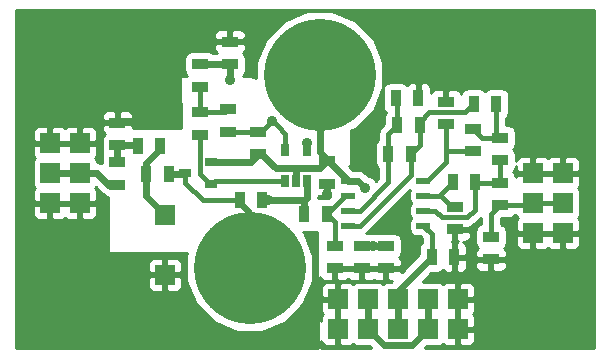
<source format=gbr>
G04 #@! TF.FileFunction,Copper,L2,Bot,Signal*
%FSLAX46Y46*%
G04 Gerber Fmt 4.6, Leading zero omitted, Abs format (unit mm)*
G04 Created by KiCad (PCBNEW 0.201503251001+5534~22~ubuntu14.04.1-product) date Čt 26. březen 2015, 00:25:57 CET*
%MOMM*%
G01*
G04 APERTURE LIST*
%ADD10C,0.100000*%
%ADD11R,0.889000X1.397000*%
%ADD12R,1.397000X0.889000*%
%ADD13R,1.651000X1.651000*%
%ADD14C,6.000000*%
%ADD15R,1.000760X0.800100*%
%ADD16R,0.690880X1.000760*%
%ADD17R,1.143000X0.508000*%
%ADD18C,9.480265*%
%ADD19C,0.889000*%
%ADD20C,0.600000*%
%ADD21C,0.400000*%
%ADD22C,0.254000*%
G04 APERTURE END LIST*
D10*
D11*
X21780500Y13462000D03*
X19875500Y13462000D03*
D12*
X9525000Y18097500D03*
X9525000Y20002500D03*
D11*
X13873000Y15666720D03*
X11955780Y15666720D03*
D12*
X19050000Y24955500D03*
X19050000Y26860500D03*
D11*
X36131500Y8636000D03*
X38036500Y8636000D03*
D12*
X27310080Y16751300D03*
X27310080Y14846300D03*
X32258000Y9588500D03*
X32258000Y7683500D03*
X30226000Y9588500D03*
X30226000Y7683500D03*
D11*
X27241500Y12319000D03*
X25336500Y12319000D03*
X33210500Y19812000D03*
X35115500Y19812000D03*
D12*
X37338000Y19875500D03*
X37338000Y21780500D03*
X41910000Y16827500D03*
X41910000Y18732500D03*
X41910000Y13017500D03*
X41910000Y14922500D03*
D13*
X6350000Y13208000D03*
X6350000Y15748000D03*
X6350000Y18288000D03*
X3810000Y18288000D03*
X3810000Y15748000D03*
X3810000Y13208000D03*
X30734000Y5080000D03*
X38354000Y2540000D03*
X33274000Y2540000D03*
X38354000Y5080000D03*
X28194000Y2540000D03*
X30734000Y2540000D03*
X35814000Y2540000D03*
X28194000Y5080000D03*
X35814000Y5080000D03*
X33274000Y5080000D03*
X47244000Y10668000D03*
X47244000Y13208000D03*
X47244000Y15748000D03*
X44704000Y15748000D03*
X44704000Y13208000D03*
X44704000Y10668000D03*
D14*
X45720000Y25400000D03*
X45720000Y5080000D03*
X5080000Y5080000D03*
X5080000Y25400000D03*
D15*
X15283180Y15748000D03*
X17482820Y14795500D03*
X17482820Y16700500D03*
D12*
X9525000Y14759940D03*
X9525000Y16664940D03*
D11*
X11249660Y18074640D03*
X13154660Y18074640D03*
D12*
X16510000Y24955500D03*
X16510000Y23050500D03*
X16510000Y20891500D03*
X16510000Y18986500D03*
X18923000Y21145500D03*
X18923000Y19240500D03*
X21463000Y19240500D03*
X21463000Y17335500D03*
X27940000Y9588500D03*
X27940000Y7683500D03*
D11*
X34353500Y17399000D03*
X32448500Y17399000D03*
X33083500Y22098000D03*
X34988500Y22098000D03*
X41592500Y21590000D03*
X39687500Y21590000D03*
D12*
X39624000Y17589500D03*
X39624000Y19494500D03*
X38100000Y12890500D03*
X38100000Y10985500D03*
D11*
X39814500Y14986000D03*
X37909500Y14986000D03*
D12*
X41148000Y10350500D03*
X41148000Y8445500D03*
D16*
X25587960Y15082520D03*
X23688040Y15082520D03*
X24638000Y15082520D03*
X23688040Y17683480D03*
X25587960Y17683480D03*
D13*
X13543280Y7137400D03*
X13543280Y12217400D03*
D17*
X35433000Y11303000D03*
X35433000Y12573000D03*
X35433000Y13843000D03*
X35433000Y15113000D03*
X29083000Y15113000D03*
X29083000Y13843000D03*
X29083000Y12573000D03*
X29083000Y11303000D03*
D18*
X26654760Y24079200D03*
X20721320Y7675880D03*
D19*
X16611600Y2082800D03*
X14173200Y3048000D03*
X9956800Y2895600D03*
X10007600Y5588000D03*
X11430000Y20218400D03*
X12344400Y23876000D03*
X14732000Y28397200D03*
X21539200Y28295600D03*
X33426400Y28041600D03*
X37846000Y26771600D03*
X34036000Y24638000D03*
X27259280Y14000480D03*
X19050000Y23622000D03*
X25587960Y18298160D03*
X22636480Y20142200D03*
X31186120Y9570720D03*
X30520640Y14457680D03*
X22296120Y13436600D03*
D20*
X9525000Y16664940D02*
X9525000Y18097500D01*
X11226800Y18097500D02*
X11249660Y18074640D01*
X9525000Y18097500D02*
X11226800Y18097500D01*
D21*
X9956800Y2895600D02*
X14020800Y2895600D01*
X14020800Y2895600D02*
X14173200Y3048000D01*
X13543280Y7137400D02*
X11557000Y7137400D01*
X11557000Y7137400D02*
X10007600Y5588000D01*
X11430000Y20218400D02*
X9740900Y20218400D01*
X9740900Y20218400D02*
X9525000Y20002500D01*
X14732000Y28397200D02*
X14732000Y26263600D01*
X14732000Y26263600D02*
X12344400Y23876000D01*
X19050000Y26860500D02*
X20104100Y26860500D01*
X20104100Y26860500D02*
X21539200Y28295600D01*
X37846000Y26771600D02*
X36576000Y28041600D01*
X36576000Y28041600D02*
X33426400Y28041600D01*
X34988500Y22098000D02*
X34988500Y23685500D01*
X34988500Y23685500D02*
X34036000Y24638000D01*
D20*
X27310080Y14051280D02*
X27259280Y14000480D01*
X27310080Y14846300D02*
X27310080Y14051280D01*
D21*
X20828000Y12255500D02*
X20828000Y11997248D01*
X20828000Y11997248D02*
X20828000Y7112000D01*
X15283180Y14947950D02*
X15283180Y15748000D01*
X16769130Y13462000D02*
X15283180Y14947950D01*
X19875500Y13462000D02*
X16769130Y13462000D01*
D20*
X19875500Y13208000D02*
X20469860Y12613640D01*
X19875500Y13462000D02*
X19875500Y13208000D01*
X20469860Y12613640D02*
X20675600Y12407900D01*
D21*
X20675600Y12407900D02*
X20828000Y12255500D01*
D20*
X15201900Y15666720D02*
X15283180Y15748000D01*
X13860780Y15666720D02*
X15201900Y15666720D01*
X11955780Y13804900D02*
X13543280Y12217400D01*
X11955780Y15666720D02*
X11955780Y13804900D01*
X13154660Y17820640D02*
X13154660Y18074640D01*
X11955780Y16621760D02*
X13154660Y17820640D01*
X11955780Y15666720D02*
X11955780Y16621760D01*
D21*
X16573500Y25019000D02*
X16510000Y24955500D01*
D20*
X33274000Y5778500D02*
X36131500Y8636000D01*
X33274000Y5080000D02*
X33274000Y5778500D01*
D21*
X36131500Y10604500D02*
X35433000Y11303000D01*
X36131500Y8636000D02*
X36131500Y10604500D01*
D20*
X16510000Y24955500D02*
X19050000Y24955500D01*
X19050000Y23622000D02*
X19050000Y24955500D01*
X33274000Y2540000D02*
X33274000Y5080000D01*
X25587960Y17683480D02*
X25587960Y18298160D01*
D21*
X18923000Y19240500D02*
X21463000Y19240500D01*
X23688040Y17683480D02*
X23688040Y19090640D01*
X23688040Y19090640D02*
X23080979Y19697701D01*
X23080979Y19697701D02*
X22636480Y20142200D01*
X21463000Y19240500D02*
X21717000Y19240500D01*
X21717000Y19240500D02*
X22618700Y20142200D01*
X22618700Y20142200D02*
X22636480Y20142200D01*
D20*
X35814000Y2540000D02*
X35814000Y5080000D01*
X32113501Y1160499D02*
X30734000Y2540000D01*
X34434499Y1160499D02*
X32113501Y1160499D01*
X35814000Y2540000D02*
X34434499Y1160499D01*
X30734000Y2540000D02*
X30734000Y5080000D01*
X32258000Y9588500D02*
X30226000Y9588500D01*
X20828000Y16700500D02*
X21463000Y17335500D01*
X17482820Y16700500D02*
X20828000Y16700500D01*
X24638000Y15975582D02*
X24638000Y15082520D01*
X24476681Y16136901D02*
X24638000Y15975582D01*
X21717000Y17335500D02*
X22915599Y16136901D01*
X21463000Y17335500D02*
X21717000Y17335500D01*
X30226000Y9588500D02*
X30243780Y9570720D01*
X30243780Y9570720D02*
X30557503Y9570720D01*
X30557503Y9570720D02*
X31186120Y9570720D01*
X26695681Y16136901D02*
X27310080Y16751300D01*
X24069040Y16136901D02*
X26695681Y16136901D01*
X22915599Y16136901D02*
X24069040Y16136901D01*
X24069040Y16136901D02*
X24476681Y16136901D01*
X27444700Y16751300D02*
X29083000Y15113000D01*
X27310080Y16751300D02*
X27444700Y16751300D01*
X29865320Y15113000D02*
X30520640Y14457680D01*
X29083000Y15113000D02*
X29865320Y15113000D01*
X26670000Y17553442D02*
X27310080Y16913362D01*
X27310080Y16913362D02*
X27310080Y16751300D01*
X26670000Y24257000D02*
X26670000Y17553442D01*
D21*
X25618440Y15113000D02*
X25587960Y15082520D01*
X25587960Y15082520D02*
X25620980Y15082520D01*
X21780500Y13462000D02*
X21805900Y13436600D01*
X21805900Y13436600D02*
X22296120Y13436600D01*
D20*
X25587960Y13668960D02*
X25336500Y13417500D01*
X25587960Y15082520D02*
X25587960Y13668960D01*
X25336500Y13417500D02*
X25336500Y12319000D01*
X25317400Y13436600D02*
X25336500Y13417500D01*
X22296120Y13436600D02*
X25317400Y13436600D01*
D21*
X27940000Y11620500D02*
X27241500Y12319000D01*
X27940000Y9588500D02*
X27940000Y11620500D01*
X28765500Y13843000D02*
X27241500Y12319000D01*
X29083000Y13843000D02*
X28765500Y13843000D01*
X30054500Y12573000D02*
X29083000Y12573000D01*
X32448500Y14967000D02*
X30054500Y12573000D01*
X32448500Y17399000D02*
X32448500Y14967000D01*
X32448500Y19050000D02*
X33210500Y19812000D01*
X32448500Y17399000D02*
X32448500Y19050000D01*
X33210500Y19812000D02*
X33210500Y21844000D01*
X30054500Y11303000D02*
X29083000Y11303000D01*
X34353500Y15602000D02*
X30054500Y11303000D01*
X34353500Y17399000D02*
X34353500Y15602000D01*
X35115500Y18161000D02*
X34353500Y17399000D01*
X35115500Y19812000D02*
X35115500Y18161000D01*
X35931499Y20881999D02*
X38979499Y20881999D01*
X35115500Y20066000D02*
X35931499Y20881999D01*
X38979499Y20881999D02*
X39687500Y21590000D01*
X35115500Y19812000D02*
X35115500Y20066000D01*
X35750500Y15113000D02*
X35433000Y15113000D01*
X37338000Y16700500D02*
X35750500Y15113000D01*
X38524524Y17590476D02*
X37338000Y17590476D01*
X38525500Y17589500D02*
X38524524Y17590476D01*
X39624000Y17589500D02*
X38525500Y17589500D01*
X37338000Y17590476D02*
X37338000Y16700500D01*
X37338000Y19875500D02*
X37338000Y17590476D01*
X35433000Y12573000D02*
X35750500Y12573000D01*
X39814500Y14732000D02*
X39814500Y14986000D01*
X39814500Y13887500D02*
X39814500Y14986000D01*
X39814500Y12644798D02*
X39814500Y13887500D01*
X39161701Y11991999D02*
X39814500Y12644798D01*
X36985501Y11991999D02*
X39161701Y11991999D01*
X36404500Y12573000D02*
X36985501Y11991999D01*
X35433000Y12573000D02*
X36404500Y12573000D01*
X39878000Y14922500D02*
X39814500Y14986000D01*
X41910000Y14922500D02*
X39878000Y14922500D01*
X41910000Y14922500D02*
X41910000Y16827500D01*
X41592500Y19050000D02*
X41910000Y18732500D01*
X41592500Y21590000D02*
X41592500Y19050000D01*
X40386000Y18732500D02*
X39624000Y19494500D01*
X41910000Y18732500D02*
X40386000Y18732500D01*
X41148000Y12255500D02*
X41910000Y13017500D01*
X41148000Y10350500D02*
X41148000Y12255500D01*
X44513500Y13017500D02*
X44704000Y13208000D01*
X41910000Y13017500D02*
X44513500Y13017500D01*
X44704000Y13208000D02*
X47244000Y13208000D01*
D20*
X3810000Y15748000D02*
X6350000Y15748000D01*
X7775500Y15748000D02*
X6350000Y15748000D01*
X8763560Y14759940D02*
X7775500Y15748000D01*
X9525000Y14759940D02*
X8763560Y14759940D01*
D21*
X16510000Y21509224D02*
X16510000Y20891500D01*
X16510000Y23050500D02*
X16510000Y21509224D01*
X18669000Y20891500D02*
X18923000Y21145500D01*
X16510000Y20891500D02*
X18669000Y20891500D01*
X36766500Y13843000D02*
X37909500Y14986000D01*
X36893500Y13843000D02*
X37846000Y12890500D01*
X36531550Y13843000D02*
X36893500Y13843000D01*
X35433000Y13843000D02*
X36531550Y13843000D01*
X37846000Y12890500D02*
X38100000Y12890500D01*
X36531550Y13843000D02*
X36766500Y13843000D01*
X17769840Y15082520D02*
X17482820Y14795500D01*
X23688040Y15082520D02*
X17769840Y15082520D01*
X16510000Y18142000D02*
X16510000Y18986500D01*
X16510000Y15667990D02*
X16510000Y18142000D01*
X17382490Y14795500D02*
X16510000Y15667990D01*
X17482820Y14795500D02*
X17382490Y14795500D01*
D22*
G36*
X26519981Y939000D02*
X15003780Y939000D01*
X15003780Y6185591D01*
X15003780Y6851650D01*
X15003780Y7423150D01*
X15003780Y8089209D01*
X14907107Y8322598D01*
X14728479Y8501227D01*
X14495090Y8597900D01*
X14242471Y8597900D01*
X13829030Y8597900D01*
X13670280Y8439150D01*
X13670280Y7264400D01*
X14845030Y7264400D01*
X15003780Y7423150D01*
X15003780Y6851650D01*
X14845030Y7010400D01*
X13670280Y7010400D01*
X13670280Y5835650D01*
X13829030Y5676900D01*
X14242471Y5676900D01*
X14495090Y5676900D01*
X14728479Y5773573D01*
X14907107Y5952202D01*
X15003780Y6185591D01*
X15003780Y939000D01*
X13416280Y939000D01*
X13416280Y5835650D01*
X13416280Y7010400D01*
X13416280Y7264400D01*
X13416280Y8439150D01*
X13257530Y8597900D01*
X12844089Y8597900D01*
X12591470Y8597900D01*
X12358081Y8501227D01*
X12179453Y8322598D01*
X12082780Y8089209D01*
X12082780Y7423150D01*
X12241530Y7264400D01*
X13416280Y7264400D01*
X13416280Y7010400D01*
X12241530Y7010400D01*
X12082780Y6851650D01*
X12082780Y6185591D01*
X12179453Y5952202D01*
X12358081Y5773573D01*
X12591470Y5676900D01*
X12844089Y5676900D01*
X13257530Y5676900D01*
X13416280Y5835650D01*
X13416280Y939000D01*
X7810500Y939000D01*
X7810500Y12256191D01*
X7810500Y12922250D01*
X7651750Y13081000D01*
X6477000Y13081000D01*
X6477000Y11906250D01*
X6635750Y11747500D01*
X7049191Y11747500D01*
X7301810Y11747500D01*
X7535199Y11844173D01*
X7713827Y12022802D01*
X7810500Y12256191D01*
X7810500Y939000D01*
X6223000Y939000D01*
X6223000Y11906250D01*
X6223000Y13081000D01*
X5111750Y13081000D01*
X5048250Y13081000D01*
X3937000Y13081000D01*
X3937000Y11906250D01*
X4095750Y11747500D01*
X4509191Y11747500D01*
X4761810Y11747500D01*
X4995199Y11844173D01*
X5080000Y11928975D01*
X5164801Y11844173D01*
X5398190Y11747500D01*
X5650809Y11747500D01*
X6064250Y11747500D01*
X6223000Y11906250D01*
X6223000Y939000D01*
X3683000Y939000D01*
X3683000Y11906250D01*
X3683000Y13081000D01*
X2508250Y13081000D01*
X2349500Y12922250D01*
X2349500Y12256191D01*
X2446173Y12022802D01*
X2624801Y11844173D01*
X2858190Y11747500D01*
X3110809Y11747500D01*
X3524250Y11747500D01*
X3683000Y11906250D01*
X3683000Y939000D01*
X939000Y939000D01*
X939000Y29541000D01*
X26133128Y29541000D01*
X26134294Y29454789D01*
X25590271Y29455263D01*
X23613970Y28638672D01*
X22100602Y27127943D01*
X21280563Y25153070D01*
X21279397Y23817778D01*
X20854476Y24003000D01*
X20131380Y24003000D01*
X20203427Y24050327D01*
X20345877Y24261360D01*
X20395940Y24511000D01*
X20395940Y25400000D01*
X20348963Y25642123D01*
X20209173Y25854927D01*
X20135310Y25904785D01*
X20286827Y26056302D01*
X20383500Y26289691D01*
X20383500Y26574750D01*
X20383500Y27146250D01*
X20383500Y27431309D01*
X20286827Y27664698D01*
X20108199Y27843327D01*
X19874810Y27940000D01*
X19622191Y27940000D01*
X19335750Y27940000D01*
X19177000Y27781250D01*
X19177000Y26987500D01*
X20224750Y26987500D01*
X20383500Y27146250D01*
X20383500Y26574750D01*
X20224750Y26733500D01*
X19177000Y26733500D01*
X19177000Y26713500D01*
X18923000Y26713500D01*
X18923000Y26733500D01*
X18923000Y26987500D01*
X18923000Y27781250D01*
X18764250Y27940000D01*
X18477809Y27940000D01*
X18225190Y27940000D01*
X17991801Y27843327D01*
X17813173Y27664698D01*
X17716500Y27431309D01*
X17716500Y27146250D01*
X17875250Y26987500D01*
X18923000Y26987500D01*
X18923000Y26733500D01*
X17875250Y26733500D01*
X17716500Y26574750D01*
X17716500Y26289691D01*
X17813173Y26056302D01*
X17964306Y25905168D01*
X17941979Y25890500D01*
X17616473Y25890500D01*
X17458140Y25997377D01*
X17208500Y26047440D01*
X15811500Y26047440D01*
X15569377Y26000463D01*
X15356573Y25860673D01*
X15214123Y25649640D01*
X15164060Y25400000D01*
X15164060Y24511000D01*
X15211037Y24268877D01*
X15350827Y24056073D01*
X15429041Y24003278D01*
X15428619Y24003000D01*
X14858565Y24003000D01*
X14873806Y19542655D01*
X10858500Y19539334D01*
X10858500Y19716750D01*
X10858500Y20288250D01*
X10858500Y20573309D01*
X10761827Y20806698D01*
X10583199Y20985327D01*
X10349810Y21082000D01*
X10097191Y21082000D01*
X9810750Y21082000D01*
X9652000Y20923250D01*
X9652000Y20129500D01*
X10699750Y20129500D01*
X10858500Y20288250D01*
X10858500Y19716750D01*
X10699750Y19875500D01*
X9652000Y19875500D01*
X9652000Y19855500D01*
X9398000Y19855500D01*
X9398000Y19875500D01*
X9398000Y20129500D01*
X9398000Y20923250D01*
X9239250Y21082000D01*
X8952809Y21082000D01*
X8700190Y21082000D01*
X8466801Y20985327D01*
X8288173Y20806698D01*
X8191500Y20573309D01*
X8191500Y20288250D01*
X8350250Y20129500D01*
X9398000Y20129500D01*
X9398000Y19875500D01*
X8350250Y19875500D01*
X8191500Y19716750D01*
X8191500Y19431691D01*
X8288173Y19198302D01*
X8439306Y19047168D01*
X8371573Y19002673D01*
X8229123Y18791640D01*
X8179060Y18542000D01*
X8179060Y17653000D01*
X8226037Y17410877D01*
X8244803Y17382310D01*
X8229123Y17359080D01*
X8179060Y17109440D01*
X8179060Y16581257D01*
X8133309Y16611827D01*
X7802746Y16677581D01*
X7775963Y16815623D01*
X7637473Y17026448D01*
X7713827Y17102802D01*
X7810500Y17336191D01*
X7810500Y18002250D01*
X7810500Y18573750D01*
X7810500Y19239809D01*
X7713827Y19473198D01*
X7535199Y19651827D01*
X7301810Y19748500D01*
X7049191Y19748500D01*
X6635750Y19748500D01*
X6477000Y19589750D01*
X6477000Y18415000D01*
X7651750Y18415000D01*
X7810500Y18573750D01*
X7810500Y18002250D01*
X7651750Y18161000D01*
X6477000Y18161000D01*
X6477000Y18141000D01*
X6223000Y18141000D01*
X6223000Y18161000D01*
X6223000Y18415000D01*
X6223000Y19589750D01*
X6064250Y19748500D01*
X5650809Y19748500D01*
X5398190Y19748500D01*
X5164801Y19651827D01*
X5080000Y19567026D01*
X4995199Y19651827D01*
X4761810Y19748500D01*
X4509191Y19748500D01*
X4095750Y19748500D01*
X3937000Y19589750D01*
X3937000Y18415000D01*
X5048250Y18415000D01*
X5111750Y18415000D01*
X6223000Y18415000D01*
X6223000Y18161000D01*
X5111750Y18161000D01*
X5048250Y18161000D01*
X3937000Y18161000D01*
X3937000Y18141000D01*
X3683000Y18141000D01*
X3683000Y18161000D01*
X3683000Y18415000D01*
X3683000Y19589750D01*
X3524250Y19748500D01*
X3110809Y19748500D01*
X2858190Y19748500D01*
X2624801Y19651827D01*
X2446173Y19473198D01*
X2349500Y19239809D01*
X2349500Y18573750D01*
X2508250Y18415000D01*
X3683000Y18415000D01*
X3683000Y18161000D01*
X2508250Y18161000D01*
X2349500Y18002250D01*
X2349500Y17336191D01*
X2446173Y17102802D01*
X2523620Y17025355D01*
X2387123Y16823140D01*
X2337060Y16573500D01*
X2337060Y14922500D01*
X2384037Y14680377D01*
X2522526Y14469553D01*
X2446173Y14393198D01*
X2349500Y14159809D01*
X2349500Y13493750D01*
X2508250Y13335000D01*
X3683000Y13335000D01*
X3683000Y13355000D01*
X3937000Y13355000D01*
X3937000Y13335000D01*
X5048250Y13335000D01*
X5111750Y13335000D01*
X6223000Y13335000D01*
X6223000Y13355000D01*
X6477000Y13355000D01*
X6477000Y13335000D01*
X7651750Y13335000D01*
X7810500Y13493750D01*
X7810500Y14159809D01*
X7713827Y14393198D01*
X7636379Y14470646D01*
X7674335Y14526875D01*
X8102415Y14098795D01*
X8292915Y13971508D01*
X8365827Y13860513D01*
X8576860Y13718063D01*
X8726898Y13687975D01*
X8722235Y8940800D01*
X15426453Y8940800D01*
X15347123Y8749750D01*
X15345257Y6611391D01*
X16161848Y4635090D01*
X17672577Y3121722D01*
X19647450Y2301683D01*
X21785809Y2299817D01*
X23762110Y3116408D01*
X25275478Y4627137D01*
X26095517Y6602010D01*
X26097383Y8740369D01*
X25280792Y10716670D01*
X25255629Y10741877D01*
X26387242Y10753111D01*
X26519981Y939000D01*
X26519981Y939000D01*
G37*
X26519981Y939000D02*
X15003780Y939000D01*
X15003780Y6185591D01*
X15003780Y6851650D01*
X15003780Y7423150D01*
X15003780Y8089209D01*
X14907107Y8322598D01*
X14728479Y8501227D01*
X14495090Y8597900D01*
X14242471Y8597900D01*
X13829030Y8597900D01*
X13670280Y8439150D01*
X13670280Y7264400D01*
X14845030Y7264400D01*
X15003780Y7423150D01*
X15003780Y6851650D01*
X14845030Y7010400D01*
X13670280Y7010400D01*
X13670280Y5835650D01*
X13829030Y5676900D01*
X14242471Y5676900D01*
X14495090Y5676900D01*
X14728479Y5773573D01*
X14907107Y5952202D01*
X15003780Y6185591D01*
X15003780Y939000D01*
X13416280Y939000D01*
X13416280Y5835650D01*
X13416280Y7010400D01*
X13416280Y7264400D01*
X13416280Y8439150D01*
X13257530Y8597900D01*
X12844089Y8597900D01*
X12591470Y8597900D01*
X12358081Y8501227D01*
X12179453Y8322598D01*
X12082780Y8089209D01*
X12082780Y7423150D01*
X12241530Y7264400D01*
X13416280Y7264400D01*
X13416280Y7010400D01*
X12241530Y7010400D01*
X12082780Y6851650D01*
X12082780Y6185591D01*
X12179453Y5952202D01*
X12358081Y5773573D01*
X12591470Y5676900D01*
X12844089Y5676900D01*
X13257530Y5676900D01*
X13416280Y5835650D01*
X13416280Y939000D01*
X7810500Y939000D01*
X7810500Y12256191D01*
X7810500Y12922250D01*
X7651750Y13081000D01*
X6477000Y13081000D01*
X6477000Y11906250D01*
X6635750Y11747500D01*
X7049191Y11747500D01*
X7301810Y11747500D01*
X7535199Y11844173D01*
X7713827Y12022802D01*
X7810500Y12256191D01*
X7810500Y939000D01*
X6223000Y939000D01*
X6223000Y11906250D01*
X6223000Y13081000D01*
X5111750Y13081000D01*
X5048250Y13081000D01*
X3937000Y13081000D01*
X3937000Y11906250D01*
X4095750Y11747500D01*
X4509191Y11747500D01*
X4761810Y11747500D01*
X4995199Y11844173D01*
X5080000Y11928975D01*
X5164801Y11844173D01*
X5398190Y11747500D01*
X5650809Y11747500D01*
X6064250Y11747500D01*
X6223000Y11906250D01*
X6223000Y939000D01*
X3683000Y939000D01*
X3683000Y11906250D01*
X3683000Y13081000D01*
X2508250Y13081000D01*
X2349500Y12922250D01*
X2349500Y12256191D01*
X2446173Y12022802D01*
X2624801Y11844173D01*
X2858190Y11747500D01*
X3110809Y11747500D01*
X3524250Y11747500D01*
X3683000Y11906250D01*
X3683000Y939000D01*
X939000Y939000D01*
X939000Y29541000D01*
X26133128Y29541000D01*
X26134294Y29454789D01*
X25590271Y29455263D01*
X23613970Y28638672D01*
X22100602Y27127943D01*
X21280563Y25153070D01*
X21279397Y23817778D01*
X20854476Y24003000D01*
X20131380Y24003000D01*
X20203427Y24050327D01*
X20345877Y24261360D01*
X20395940Y24511000D01*
X20395940Y25400000D01*
X20348963Y25642123D01*
X20209173Y25854927D01*
X20135310Y25904785D01*
X20286827Y26056302D01*
X20383500Y26289691D01*
X20383500Y26574750D01*
X20383500Y27146250D01*
X20383500Y27431309D01*
X20286827Y27664698D01*
X20108199Y27843327D01*
X19874810Y27940000D01*
X19622191Y27940000D01*
X19335750Y27940000D01*
X19177000Y27781250D01*
X19177000Y26987500D01*
X20224750Y26987500D01*
X20383500Y27146250D01*
X20383500Y26574750D01*
X20224750Y26733500D01*
X19177000Y26733500D01*
X19177000Y26713500D01*
X18923000Y26713500D01*
X18923000Y26733500D01*
X18923000Y26987500D01*
X18923000Y27781250D01*
X18764250Y27940000D01*
X18477809Y27940000D01*
X18225190Y27940000D01*
X17991801Y27843327D01*
X17813173Y27664698D01*
X17716500Y27431309D01*
X17716500Y27146250D01*
X17875250Y26987500D01*
X18923000Y26987500D01*
X18923000Y26733500D01*
X17875250Y26733500D01*
X17716500Y26574750D01*
X17716500Y26289691D01*
X17813173Y26056302D01*
X17964306Y25905168D01*
X17941979Y25890500D01*
X17616473Y25890500D01*
X17458140Y25997377D01*
X17208500Y26047440D01*
X15811500Y26047440D01*
X15569377Y26000463D01*
X15356573Y25860673D01*
X15214123Y25649640D01*
X15164060Y25400000D01*
X15164060Y24511000D01*
X15211037Y24268877D01*
X15350827Y24056073D01*
X15429041Y24003278D01*
X15428619Y24003000D01*
X14858565Y24003000D01*
X14873806Y19542655D01*
X10858500Y19539334D01*
X10858500Y19716750D01*
X10858500Y20288250D01*
X10858500Y20573309D01*
X10761827Y20806698D01*
X10583199Y20985327D01*
X10349810Y21082000D01*
X10097191Y21082000D01*
X9810750Y21082000D01*
X9652000Y20923250D01*
X9652000Y20129500D01*
X10699750Y20129500D01*
X10858500Y20288250D01*
X10858500Y19716750D01*
X10699750Y19875500D01*
X9652000Y19875500D01*
X9652000Y19855500D01*
X9398000Y19855500D01*
X9398000Y19875500D01*
X9398000Y20129500D01*
X9398000Y20923250D01*
X9239250Y21082000D01*
X8952809Y21082000D01*
X8700190Y21082000D01*
X8466801Y20985327D01*
X8288173Y20806698D01*
X8191500Y20573309D01*
X8191500Y20288250D01*
X8350250Y20129500D01*
X9398000Y20129500D01*
X9398000Y19875500D01*
X8350250Y19875500D01*
X8191500Y19716750D01*
X8191500Y19431691D01*
X8288173Y19198302D01*
X8439306Y19047168D01*
X8371573Y19002673D01*
X8229123Y18791640D01*
X8179060Y18542000D01*
X8179060Y17653000D01*
X8226037Y17410877D01*
X8244803Y17382310D01*
X8229123Y17359080D01*
X8179060Y17109440D01*
X8179060Y16581257D01*
X8133309Y16611827D01*
X7802746Y16677581D01*
X7775963Y16815623D01*
X7637473Y17026448D01*
X7713827Y17102802D01*
X7810500Y17336191D01*
X7810500Y18002250D01*
X7810500Y18573750D01*
X7810500Y19239809D01*
X7713827Y19473198D01*
X7535199Y19651827D01*
X7301810Y19748500D01*
X7049191Y19748500D01*
X6635750Y19748500D01*
X6477000Y19589750D01*
X6477000Y18415000D01*
X7651750Y18415000D01*
X7810500Y18573750D01*
X7810500Y18002250D01*
X7651750Y18161000D01*
X6477000Y18161000D01*
X6477000Y18141000D01*
X6223000Y18141000D01*
X6223000Y18161000D01*
X6223000Y18415000D01*
X6223000Y19589750D01*
X6064250Y19748500D01*
X5650809Y19748500D01*
X5398190Y19748500D01*
X5164801Y19651827D01*
X5080000Y19567026D01*
X4995199Y19651827D01*
X4761810Y19748500D01*
X4509191Y19748500D01*
X4095750Y19748500D01*
X3937000Y19589750D01*
X3937000Y18415000D01*
X5048250Y18415000D01*
X5111750Y18415000D01*
X6223000Y18415000D01*
X6223000Y18161000D01*
X5111750Y18161000D01*
X5048250Y18161000D01*
X3937000Y18161000D01*
X3937000Y18141000D01*
X3683000Y18141000D01*
X3683000Y18161000D01*
X3683000Y18415000D01*
X3683000Y19589750D01*
X3524250Y19748500D01*
X3110809Y19748500D01*
X2858190Y19748500D01*
X2624801Y19651827D01*
X2446173Y19473198D01*
X2349500Y19239809D01*
X2349500Y18573750D01*
X2508250Y18415000D01*
X3683000Y18415000D01*
X3683000Y18161000D01*
X2508250Y18161000D01*
X2349500Y18002250D01*
X2349500Y17336191D01*
X2446173Y17102802D01*
X2523620Y17025355D01*
X2387123Y16823140D01*
X2337060Y16573500D01*
X2337060Y14922500D01*
X2384037Y14680377D01*
X2522526Y14469553D01*
X2446173Y14393198D01*
X2349500Y14159809D01*
X2349500Y13493750D01*
X2508250Y13335000D01*
X3683000Y13335000D01*
X3683000Y13355000D01*
X3937000Y13355000D01*
X3937000Y13335000D01*
X5048250Y13335000D01*
X5111750Y13335000D01*
X6223000Y13335000D01*
X6223000Y13355000D01*
X6477000Y13355000D01*
X6477000Y13335000D01*
X7651750Y13335000D01*
X7810500Y13493750D01*
X7810500Y14159809D01*
X7713827Y14393198D01*
X7636379Y14470646D01*
X7674335Y14526875D01*
X8102415Y14098795D01*
X8292915Y13971508D01*
X8365827Y13860513D01*
X8576860Y13718063D01*
X8726898Y13687975D01*
X8722235Y8940800D01*
X15426453Y8940800D01*
X15347123Y8749750D01*
X15345257Y6611391D01*
X16161848Y4635090D01*
X17672577Y3121722D01*
X19647450Y2301683D01*
X21785809Y2299817D01*
X23762110Y3116408D01*
X25275478Y4627137D01*
X26095517Y6602010D01*
X26097383Y8740369D01*
X25280792Y10716670D01*
X25255629Y10741877D01*
X26387242Y10753111D01*
X26519981Y939000D01*
G36*
X27552131Y13810499D02*
X27406572Y13664940D01*
X26797000Y13664940D01*
X26554877Y13617963D01*
X26544926Y13611427D01*
X26543310Y13700130D01*
X26561492Y13766800D01*
X26737889Y13766800D01*
X27024330Y13766800D01*
X27183080Y13925550D01*
X27183080Y14719300D01*
X27163080Y14719300D01*
X27163080Y14973300D01*
X27183080Y14973300D01*
X27183080Y14993300D01*
X27437080Y14993300D01*
X27437080Y14973300D01*
X27457080Y14973300D01*
X27457080Y14719300D01*
X27437080Y14719300D01*
X27437080Y13925550D01*
X27552131Y13810499D01*
X27552131Y13810499D01*
G37*
X27552131Y13810499D02*
X27406572Y13664940D01*
X26797000Y13664940D01*
X26554877Y13617963D01*
X26544926Y13611427D01*
X26543310Y13700130D01*
X26561492Y13766800D01*
X26737889Y13766800D01*
X27024330Y13766800D01*
X27183080Y13925550D01*
X27183080Y14719300D01*
X27163080Y14719300D01*
X27163080Y14973300D01*
X27183080Y14973300D01*
X27183080Y14993300D01*
X27437080Y14993300D01*
X27437080Y14973300D01*
X27457080Y14973300D01*
X27457080Y14719300D01*
X27437080Y14719300D01*
X27437080Y13925550D01*
X27552131Y13810499D01*
G36*
X35296500Y9837495D02*
X35232073Y9795173D01*
X35089623Y9584140D01*
X35039560Y9334500D01*
X35039560Y8866350D01*
X33581230Y7408020D01*
X33432750Y7556500D01*
X32385000Y7556500D01*
X32385000Y6762750D01*
X32543750Y6604000D01*
X32777210Y6604000D01*
X32726150Y6552940D01*
X32448500Y6552940D01*
X32206377Y6505963D01*
X32131000Y6456448D01*
X32131000Y6762750D01*
X32131000Y7556500D01*
X31400750Y7556500D01*
X31083250Y7556500D01*
X30353000Y7556500D01*
X30353000Y6762750D01*
X30511750Y6604000D01*
X30798191Y6604000D01*
X31050810Y6604000D01*
X31242000Y6683194D01*
X31433190Y6604000D01*
X31685809Y6604000D01*
X31972250Y6604000D01*
X32131000Y6762750D01*
X32131000Y6456448D01*
X32002739Y6372195D01*
X31809140Y6502877D01*
X31559500Y6552940D01*
X30099000Y6552940D01*
X30099000Y6762750D01*
X30099000Y7556500D01*
X29114750Y7556500D01*
X29051250Y7556500D01*
X28067000Y7556500D01*
X28067000Y6762750D01*
X28225750Y6604000D01*
X28512191Y6604000D01*
X28764810Y6604000D01*
X28998199Y6700673D01*
X29083000Y6785475D01*
X29167801Y6700673D01*
X29401190Y6604000D01*
X29653809Y6604000D01*
X29940250Y6604000D01*
X30099000Y6762750D01*
X30099000Y6552940D01*
X29908500Y6552940D01*
X29666377Y6505963D01*
X29455552Y6367474D01*
X29379198Y6443827D01*
X29145809Y6540500D01*
X28479750Y6540500D01*
X28321000Y6381750D01*
X28321000Y5207000D01*
X28341000Y5207000D01*
X28341000Y4953000D01*
X28321000Y4953000D01*
X28321000Y3841750D01*
X28321000Y3778250D01*
X28321000Y2667000D01*
X28341000Y2667000D01*
X28341000Y2413000D01*
X28321000Y2413000D01*
X28321000Y1238250D01*
X28479750Y1079500D01*
X29145809Y1079500D01*
X29379198Y1176173D01*
X29456645Y1253621D01*
X29658860Y1117123D01*
X29908500Y1067060D01*
X30884650Y1067060D01*
X31012710Y939000D01*
X26775817Y939000D01*
X26765392Y1511196D01*
X26830173Y1354801D01*
X27008802Y1176173D01*
X27242191Y1079500D01*
X27908250Y1079500D01*
X28067000Y1238250D01*
X28067000Y2413000D01*
X28047000Y2413000D01*
X28047000Y2667000D01*
X28067000Y2667000D01*
X28067000Y3778250D01*
X28067000Y3841750D01*
X28067000Y4953000D01*
X28067000Y5207000D01*
X28067000Y6381750D01*
X27908250Y6540500D01*
X27242191Y6540500D01*
X27008802Y6443827D01*
X26830173Y6265199D01*
X26733500Y6031810D01*
X26733500Y5779191D01*
X26733500Y5365750D01*
X26892250Y5207000D01*
X28067000Y5207000D01*
X28067000Y4953000D01*
X26892250Y4953000D01*
X26733500Y4794250D01*
X26733500Y4380809D01*
X26733500Y4128190D01*
X26830173Y3894801D01*
X26914974Y3810000D01*
X26830173Y3725199D01*
X26733500Y3491810D01*
X26733500Y3261581D01*
X26665946Y6969174D01*
X26703173Y6879302D01*
X26881801Y6700673D01*
X27115190Y6604000D01*
X27367809Y6604000D01*
X27654250Y6604000D01*
X27813000Y6762750D01*
X27813000Y7556500D01*
X27793000Y7556500D01*
X27793000Y7810500D01*
X27813000Y7810500D01*
X27813000Y7830500D01*
X28067000Y7830500D01*
X28067000Y7810500D01*
X29051250Y7810500D01*
X29114750Y7810500D01*
X30099000Y7810500D01*
X30099000Y7830500D01*
X30353000Y7830500D01*
X30353000Y7810500D01*
X31083250Y7810500D01*
X31400750Y7810500D01*
X32131000Y7810500D01*
X32131000Y7830500D01*
X32385000Y7830500D01*
X32385000Y7810500D01*
X33432750Y7810500D01*
X33591500Y7969250D01*
X33591500Y8254309D01*
X33494827Y8487698D01*
X33343693Y8638833D01*
X33411427Y8683327D01*
X33553877Y8894360D01*
X33603940Y9144000D01*
X33603940Y10033000D01*
X33556963Y10275123D01*
X33417173Y10487927D01*
X33206140Y10630377D01*
X32956500Y10680440D01*
X31559500Y10680440D01*
X31402103Y10649902D01*
X31401788Y10650033D01*
X31074704Y10650318D01*
X30924500Y10680440D01*
X30596854Y10680440D01*
X30644934Y10712566D01*
X34260389Y14328022D01*
X34214060Y14097000D01*
X34214060Y13589000D01*
X34261037Y13346877D01*
X34352525Y13207604D01*
X34264123Y13076640D01*
X34214060Y12827000D01*
X34214060Y12319000D01*
X34261037Y12076877D01*
X34352525Y11937604D01*
X34264123Y11806640D01*
X34214060Y11557000D01*
X34214060Y11049000D01*
X34261037Y10806877D01*
X34400827Y10594073D01*
X34611860Y10451623D01*
X34861500Y10401560D01*
X35153572Y10401560D01*
X35296500Y10258632D01*
X35296500Y9837495D01*
X35296500Y9837495D01*
G37*
X35296500Y9837495D02*
X35232073Y9795173D01*
X35089623Y9584140D01*
X35039560Y9334500D01*
X35039560Y8866350D01*
X33581230Y7408020D01*
X33432750Y7556500D01*
X32385000Y7556500D01*
X32385000Y6762750D01*
X32543750Y6604000D01*
X32777210Y6604000D01*
X32726150Y6552940D01*
X32448500Y6552940D01*
X32206377Y6505963D01*
X32131000Y6456448D01*
X32131000Y6762750D01*
X32131000Y7556500D01*
X31400750Y7556500D01*
X31083250Y7556500D01*
X30353000Y7556500D01*
X30353000Y6762750D01*
X30511750Y6604000D01*
X30798191Y6604000D01*
X31050810Y6604000D01*
X31242000Y6683194D01*
X31433190Y6604000D01*
X31685809Y6604000D01*
X31972250Y6604000D01*
X32131000Y6762750D01*
X32131000Y6456448D01*
X32002739Y6372195D01*
X31809140Y6502877D01*
X31559500Y6552940D01*
X30099000Y6552940D01*
X30099000Y6762750D01*
X30099000Y7556500D01*
X29114750Y7556500D01*
X29051250Y7556500D01*
X28067000Y7556500D01*
X28067000Y6762750D01*
X28225750Y6604000D01*
X28512191Y6604000D01*
X28764810Y6604000D01*
X28998199Y6700673D01*
X29083000Y6785475D01*
X29167801Y6700673D01*
X29401190Y6604000D01*
X29653809Y6604000D01*
X29940250Y6604000D01*
X30099000Y6762750D01*
X30099000Y6552940D01*
X29908500Y6552940D01*
X29666377Y6505963D01*
X29455552Y6367474D01*
X29379198Y6443827D01*
X29145809Y6540500D01*
X28479750Y6540500D01*
X28321000Y6381750D01*
X28321000Y5207000D01*
X28341000Y5207000D01*
X28341000Y4953000D01*
X28321000Y4953000D01*
X28321000Y3841750D01*
X28321000Y3778250D01*
X28321000Y2667000D01*
X28341000Y2667000D01*
X28341000Y2413000D01*
X28321000Y2413000D01*
X28321000Y1238250D01*
X28479750Y1079500D01*
X29145809Y1079500D01*
X29379198Y1176173D01*
X29456645Y1253621D01*
X29658860Y1117123D01*
X29908500Y1067060D01*
X30884650Y1067060D01*
X31012710Y939000D01*
X26775817Y939000D01*
X26765392Y1511196D01*
X26830173Y1354801D01*
X27008802Y1176173D01*
X27242191Y1079500D01*
X27908250Y1079500D01*
X28067000Y1238250D01*
X28067000Y2413000D01*
X28047000Y2413000D01*
X28047000Y2667000D01*
X28067000Y2667000D01*
X28067000Y3778250D01*
X28067000Y3841750D01*
X28067000Y4953000D01*
X28067000Y5207000D01*
X28067000Y6381750D01*
X27908250Y6540500D01*
X27242191Y6540500D01*
X27008802Y6443827D01*
X26830173Y6265199D01*
X26733500Y6031810D01*
X26733500Y5779191D01*
X26733500Y5365750D01*
X26892250Y5207000D01*
X28067000Y5207000D01*
X28067000Y4953000D01*
X26892250Y4953000D01*
X26733500Y4794250D01*
X26733500Y4380809D01*
X26733500Y4128190D01*
X26830173Y3894801D01*
X26914974Y3810000D01*
X26830173Y3725199D01*
X26733500Y3491810D01*
X26733500Y3261581D01*
X26665946Y6969174D01*
X26703173Y6879302D01*
X26881801Y6700673D01*
X27115190Y6604000D01*
X27367809Y6604000D01*
X27654250Y6604000D01*
X27813000Y6762750D01*
X27813000Y7556500D01*
X27793000Y7556500D01*
X27793000Y7810500D01*
X27813000Y7810500D01*
X27813000Y7830500D01*
X28067000Y7830500D01*
X28067000Y7810500D01*
X29051250Y7810500D01*
X29114750Y7810500D01*
X30099000Y7810500D01*
X30099000Y7830500D01*
X30353000Y7830500D01*
X30353000Y7810500D01*
X31083250Y7810500D01*
X31400750Y7810500D01*
X32131000Y7810500D01*
X32131000Y7830500D01*
X32385000Y7830500D01*
X32385000Y7810500D01*
X33432750Y7810500D01*
X33591500Y7969250D01*
X33591500Y8254309D01*
X33494827Y8487698D01*
X33343693Y8638833D01*
X33411427Y8683327D01*
X33553877Y8894360D01*
X33603940Y9144000D01*
X33603940Y10033000D01*
X33556963Y10275123D01*
X33417173Y10487927D01*
X33206140Y10630377D01*
X32956500Y10680440D01*
X31559500Y10680440D01*
X31402103Y10649902D01*
X31401788Y10650033D01*
X31074704Y10650318D01*
X30924500Y10680440D01*
X30596854Y10680440D01*
X30644934Y10712566D01*
X34260389Y14328022D01*
X34214060Y14097000D01*
X34214060Y13589000D01*
X34261037Y13346877D01*
X34352525Y13207604D01*
X34264123Y13076640D01*
X34214060Y12827000D01*
X34214060Y12319000D01*
X34261037Y12076877D01*
X34352525Y11937604D01*
X34264123Y11806640D01*
X34214060Y11557000D01*
X34214060Y11049000D01*
X34261037Y10806877D01*
X34400827Y10594073D01*
X34611860Y10451623D01*
X34861500Y10401560D01*
X35153572Y10401560D01*
X35296500Y10258632D01*
X35296500Y9837495D01*
G36*
X49861000Y939000D02*
X48704500Y939000D01*
X48704500Y9716191D01*
X48704500Y10382250D01*
X48545750Y10541000D01*
X47371000Y10541000D01*
X47371000Y9366250D01*
X47529750Y9207500D01*
X47943191Y9207500D01*
X48195810Y9207500D01*
X48429199Y9304173D01*
X48607827Y9482802D01*
X48704500Y9716191D01*
X48704500Y939000D01*
X47117000Y939000D01*
X47117000Y9366250D01*
X47117000Y10541000D01*
X46005750Y10541000D01*
X45942250Y10541000D01*
X44831000Y10541000D01*
X44831000Y9366250D01*
X44989750Y9207500D01*
X45403191Y9207500D01*
X45655810Y9207500D01*
X45889199Y9304173D01*
X45974000Y9388975D01*
X46058801Y9304173D01*
X46292190Y9207500D01*
X46544809Y9207500D01*
X46958250Y9207500D01*
X47117000Y9366250D01*
X47117000Y939000D01*
X44577000Y939000D01*
X44577000Y9366250D01*
X44577000Y10541000D01*
X43402250Y10541000D01*
X43243500Y10382250D01*
X43243500Y9716191D01*
X43340173Y9482802D01*
X43518801Y9304173D01*
X43752190Y9207500D01*
X44004809Y9207500D01*
X44418250Y9207500D01*
X44577000Y9366250D01*
X44577000Y939000D01*
X42481500Y939000D01*
X42481500Y7874691D01*
X42481500Y8159750D01*
X42322750Y8318500D01*
X41275000Y8318500D01*
X41275000Y7524750D01*
X41433750Y7366000D01*
X41720191Y7366000D01*
X41972810Y7366000D01*
X42206199Y7462673D01*
X42384827Y7641302D01*
X42481500Y7874691D01*
X42481500Y939000D01*
X41021000Y939000D01*
X41021000Y7524750D01*
X41021000Y8318500D01*
X39973250Y8318500D01*
X39814500Y8159750D01*
X39814500Y7874691D01*
X39911173Y7641302D01*
X40089801Y7462673D01*
X40323190Y7366000D01*
X40575809Y7366000D01*
X40862250Y7366000D01*
X41021000Y7524750D01*
X41021000Y939000D01*
X39814500Y939000D01*
X39814500Y1588190D01*
X39814500Y1840809D01*
X39814500Y2254250D01*
X39814500Y2825750D01*
X39814500Y3239191D01*
X39814500Y3491810D01*
X39717827Y3725199D01*
X39633025Y3810000D01*
X39717827Y3894801D01*
X39814500Y4128190D01*
X39814500Y4380809D01*
X39814500Y4794250D01*
X39814500Y5365750D01*
X39814500Y5779191D01*
X39814500Y6031810D01*
X39717827Y6265199D01*
X39539198Y6443827D01*
X39433500Y6487608D01*
X39433500Y10414691D01*
X39433500Y10699750D01*
X39274750Y10858500D01*
X38227000Y10858500D01*
X38227000Y10064750D01*
X38322250Y9969500D01*
X38163500Y9810750D01*
X38163500Y8763000D01*
X38957250Y8763000D01*
X39116000Y8921750D01*
X39116000Y9208191D01*
X39116000Y9460810D01*
X39019327Y9694199D01*
X38840698Y9872827D01*
X38760611Y9906000D01*
X38924810Y9906000D01*
X39158199Y10002673D01*
X39336827Y10181302D01*
X39433500Y10414691D01*
X39433500Y6487608D01*
X39305809Y6540500D01*
X39116000Y6540500D01*
X39116000Y7811190D01*
X39116000Y8063809D01*
X39116000Y8350250D01*
X38957250Y8509000D01*
X38163500Y8509000D01*
X38163500Y7461250D01*
X38322250Y7302500D01*
X38607309Y7302500D01*
X38840698Y7399173D01*
X39019327Y7577801D01*
X39116000Y7811190D01*
X39116000Y6540500D01*
X38639750Y6540500D01*
X38481000Y6381750D01*
X38481000Y5207000D01*
X39655750Y5207000D01*
X39814500Y5365750D01*
X39814500Y4794250D01*
X39655750Y4953000D01*
X38481000Y4953000D01*
X38481000Y3841750D01*
X38481000Y3778250D01*
X38481000Y2667000D01*
X39655750Y2667000D01*
X39814500Y2825750D01*
X39814500Y2254250D01*
X39655750Y2413000D01*
X38481000Y2413000D01*
X38481000Y1238250D01*
X38639750Y1079500D01*
X39305809Y1079500D01*
X39539198Y1176173D01*
X39717827Y1354801D01*
X39814500Y1588190D01*
X39814500Y939000D01*
X35535290Y939000D01*
X35663350Y1067060D01*
X36639500Y1067060D01*
X36881623Y1114037D01*
X37092447Y1252527D01*
X37168802Y1176173D01*
X37402191Y1079500D01*
X38068250Y1079500D01*
X38227000Y1238250D01*
X38227000Y2413000D01*
X38207000Y2413000D01*
X38207000Y2667000D01*
X38227000Y2667000D01*
X38227000Y3778250D01*
X38227000Y3841750D01*
X38227000Y4953000D01*
X38207000Y4953000D01*
X38207000Y5207000D01*
X38227000Y5207000D01*
X38227000Y6381750D01*
X38068250Y6540500D01*
X37402191Y6540500D01*
X37168802Y6443827D01*
X37091354Y6366380D01*
X36889140Y6502877D01*
X36639500Y6552940D01*
X35370730Y6552940D01*
X36107850Y7290060D01*
X36576000Y7290060D01*
X36818123Y7337037D01*
X37030927Y7476827D01*
X37080784Y7550690D01*
X37232302Y7399173D01*
X37465691Y7302500D01*
X37750750Y7302500D01*
X37909500Y7461250D01*
X37909500Y8509000D01*
X37889500Y8509000D01*
X37889500Y8763000D01*
X37909500Y8763000D01*
X37909500Y9810750D01*
X37814250Y9906000D01*
X37973000Y10064750D01*
X37973000Y10858500D01*
X37953000Y10858500D01*
X37953000Y11112500D01*
X37973000Y11112500D01*
X37973000Y11132500D01*
X38227000Y11132500D01*
X38227000Y11112500D01*
X39274750Y11112500D01*
X39358368Y11196119D01*
X39358369Y11196120D01*
X39481241Y11220560D01*
X39481242Y11220560D01*
X39752135Y11401565D01*
X40313000Y11962430D01*
X40313000Y11415957D01*
X40207377Y11395463D01*
X39994573Y11255673D01*
X39852123Y11044640D01*
X39802060Y10795000D01*
X39802060Y9906000D01*
X39849037Y9663877D01*
X39988827Y9451073D01*
X40062689Y9401216D01*
X39911173Y9249698D01*
X39814500Y9016309D01*
X39814500Y8731250D01*
X39973250Y8572500D01*
X41021000Y8572500D01*
X41021000Y8592500D01*
X41275000Y8592500D01*
X41275000Y8572500D01*
X42322750Y8572500D01*
X42481500Y8731250D01*
X42481500Y9016309D01*
X42384827Y9249698D01*
X42233693Y9400833D01*
X42301427Y9445327D01*
X42443877Y9656360D01*
X42493940Y9906000D01*
X42493940Y10795000D01*
X42446963Y11037123D01*
X42307173Y11249927D01*
X42096140Y11392377D01*
X41983000Y11415066D01*
X41983000Y11909632D01*
X41998928Y11925560D01*
X42608500Y11925560D01*
X42850623Y11972537D01*
X43063427Y12112327D01*
X43110794Y12182500D01*
X43269864Y12182500D01*
X43278037Y12140377D01*
X43416526Y11929553D01*
X43340173Y11853198D01*
X43243500Y11619809D01*
X43243500Y10953750D01*
X43402250Y10795000D01*
X44577000Y10795000D01*
X44577000Y10815000D01*
X44831000Y10815000D01*
X44831000Y10795000D01*
X45942250Y10795000D01*
X46005750Y10795000D01*
X47117000Y10795000D01*
X47117000Y10815000D01*
X47371000Y10815000D01*
X47371000Y10795000D01*
X48545750Y10795000D01*
X48704500Y10953750D01*
X48704500Y11619809D01*
X48607827Y11853198D01*
X48530379Y11930646D01*
X48666877Y12132860D01*
X48716940Y12382500D01*
X48716940Y14033500D01*
X48669963Y14275623D01*
X48531473Y14486448D01*
X48607827Y14562802D01*
X48704500Y14796191D01*
X48704500Y15462250D01*
X48704500Y16033750D01*
X48704500Y16699809D01*
X48607827Y16933198D01*
X48429199Y17111827D01*
X48195810Y17208500D01*
X47943191Y17208500D01*
X47529750Y17208500D01*
X47371000Y17049750D01*
X47371000Y15875000D01*
X48545750Y15875000D01*
X48704500Y16033750D01*
X48704500Y15462250D01*
X48545750Y15621000D01*
X47371000Y15621000D01*
X47371000Y15601000D01*
X47117000Y15601000D01*
X47117000Y15621000D01*
X47117000Y15875000D01*
X47117000Y17049750D01*
X46958250Y17208500D01*
X46544809Y17208500D01*
X46292190Y17208500D01*
X46058801Y17111827D01*
X45974000Y17027026D01*
X45889199Y17111827D01*
X45655810Y17208500D01*
X45403191Y17208500D01*
X44989750Y17208500D01*
X44831000Y17049750D01*
X44831000Y15875000D01*
X45942250Y15875000D01*
X46005750Y15875000D01*
X47117000Y15875000D01*
X47117000Y15621000D01*
X46005750Y15621000D01*
X45942250Y15621000D01*
X44831000Y15621000D01*
X44831000Y15601000D01*
X44577000Y15601000D01*
X44577000Y15621000D01*
X43402250Y15621000D01*
X43243500Y15462250D01*
X43243500Y15431116D01*
X43208963Y15609123D01*
X43069173Y15821927D01*
X42990958Y15874723D01*
X43063427Y15922327D01*
X43205877Y16133360D01*
X43243500Y16320968D01*
X43243500Y16033750D01*
X43402250Y15875000D01*
X44577000Y15875000D01*
X44577000Y17049750D01*
X44418250Y17208500D01*
X44004809Y17208500D01*
X43752190Y17208500D01*
X43518801Y17111827D01*
X43340173Y16933198D01*
X43255940Y16729842D01*
X43255940Y17272000D01*
X43208963Y17514123D01*
X43069173Y17726927D01*
X42990958Y17779723D01*
X43063427Y17827327D01*
X43205877Y18038360D01*
X43255940Y18288000D01*
X43255940Y19177000D01*
X43208963Y19419123D01*
X43069173Y19631927D01*
X42858140Y19774377D01*
X42608500Y19824440D01*
X42427500Y19824440D01*
X42427500Y20388506D01*
X42491927Y20430827D01*
X42634377Y20641860D01*
X42684440Y20891500D01*
X42684440Y22288500D01*
X42637463Y22530623D01*
X42497673Y22743427D01*
X42286640Y22885877D01*
X42037000Y22935940D01*
X41148000Y22935940D01*
X40905877Y22888963D01*
X40693073Y22749173D01*
X40640277Y22670959D01*
X40592673Y22743427D01*
X40381640Y22885877D01*
X40132000Y22935940D01*
X39243000Y22935940D01*
X39000877Y22888963D01*
X38788073Y22749173D01*
X38645623Y22538140D01*
X38628819Y22454349D01*
X38574827Y22584698D01*
X38396199Y22763327D01*
X38162810Y22860000D01*
X37910191Y22860000D01*
X37623750Y22860000D01*
X37465000Y22701250D01*
X37465000Y21907500D01*
X37485000Y21907500D01*
X37485000Y21716999D01*
X37211000Y21716999D01*
X37191000Y21716999D01*
X37191000Y21907500D01*
X37211000Y21907500D01*
X37211000Y22701250D01*
X37052250Y22860000D01*
X36765809Y22860000D01*
X36513190Y22860000D01*
X36279801Y22763327D01*
X36101173Y22584698D01*
X36068000Y22504612D01*
X36068000Y22670191D01*
X36068000Y22922810D01*
X35971327Y23156199D01*
X35792698Y23334827D01*
X35559309Y23431500D01*
X35274250Y23431500D01*
X35115500Y23272750D01*
X35115500Y22225000D01*
X35135500Y22225000D01*
X35135500Y21971000D01*
X35115500Y21971000D01*
X35115500Y21951000D01*
X34861500Y21951000D01*
X34861500Y21971000D01*
X34841500Y21971000D01*
X34841500Y22225000D01*
X34861500Y22225000D01*
X34861500Y23272750D01*
X34702750Y23431500D01*
X34417691Y23431500D01*
X34184302Y23334827D01*
X34033167Y23183694D01*
X33988673Y23251427D01*
X33777640Y23393877D01*
X33528000Y23443940D01*
X32639000Y23443940D01*
X32396877Y23396963D01*
X32184073Y23257173D01*
X32041623Y23046140D01*
X31991560Y22796500D01*
X31991560Y21399500D01*
X32038537Y21157377D01*
X32178327Y20944573D01*
X32257186Y20891343D01*
X32168623Y20760140D01*
X32118560Y20510500D01*
X32118560Y19900928D01*
X31858066Y19640434D01*
X31677061Y19369541D01*
X31613500Y19050000D01*
X31613500Y18600495D01*
X31549073Y18558173D01*
X31406623Y18347140D01*
X31356560Y18097500D01*
X31356560Y16700500D01*
X31403537Y16458377D01*
X31543327Y16245573D01*
X31613500Y16198205D01*
X31613500Y15312868D01*
X31402694Y15102063D01*
X31132926Y15372302D01*
X30783009Y15517601D01*
X30526465Y15774145D01*
X30223129Y15976827D01*
X29865320Y16048000D01*
X29470290Y16048000D01*
X29135290Y16383000D01*
X29337000Y16383000D01*
X29337000Y19371579D01*
X29695550Y19519728D01*
X31208918Y21030457D01*
X32028957Y23005330D01*
X32030823Y25143689D01*
X31214232Y27119990D01*
X29703503Y28633358D01*
X27728630Y29453397D01*
X26256258Y29454682D01*
X26254685Y29541000D01*
X49861000Y29541000D01*
X49861000Y939000D01*
X49861000Y939000D01*
G37*
X49861000Y939000D02*
X48704500Y939000D01*
X48704500Y9716191D01*
X48704500Y10382250D01*
X48545750Y10541000D01*
X47371000Y10541000D01*
X47371000Y9366250D01*
X47529750Y9207500D01*
X47943191Y9207500D01*
X48195810Y9207500D01*
X48429199Y9304173D01*
X48607827Y9482802D01*
X48704500Y9716191D01*
X48704500Y939000D01*
X47117000Y939000D01*
X47117000Y9366250D01*
X47117000Y10541000D01*
X46005750Y10541000D01*
X45942250Y10541000D01*
X44831000Y10541000D01*
X44831000Y9366250D01*
X44989750Y9207500D01*
X45403191Y9207500D01*
X45655810Y9207500D01*
X45889199Y9304173D01*
X45974000Y9388975D01*
X46058801Y9304173D01*
X46292190Y9207500D01*
X46544809Y9207500D01*
X46958250Y9207500D01*
X47117000Y9366250D01*
X47117000Y939000D01*
X44577000Y939000D01*
X44577000Y9366250D01*
X44577000Y10541000D01*
X43402250Y10541000D01*
X43243500Y10382250D01*
X43243500Y9716191D01*
X43340173Y9482802D01*
X43518801Y9304173D01*
X43752190Y9207500D01*
X44004809Y9207500D01*
X44418250Y9207500D01*
X44577000Y9366250D01*
X44577000Y939000D01*
X42481500Y939000D01*
X42481500Y7874691D01*
X42481500Y8159750D01*
X42322750Y8318500D01*
X41275000Y8318500D01*
X41275000Y7524750D01*
X41433750Y7366000D01*
X41720191Y7366000D01*
X41972810Y7366000D01*
X42206199Y7462673D01*
X42384827Y7641302D01*
X42481500Y7874691D01*
X42481500Y939000D01*
X41021000Y939000D01*
X41021000Y7524750D01*
X41021000Y8318500D01*
X39973250Y8318500D01*
X39814500Y8159750D01*
X39814500Y7874691D01*
X39911173Y7641302D01*
X40089801Y7462673D01*
X40323190Y7366000D01*
X40575809Y7366000D01*
X40862250Y7366000D01*
X41021000Y7524750D01*
X41021000Y939000D01*
X39814500Y939000D01*
X39814500Y1588190D01*
X39814500Y1840809D01*
X39814500Y2254250D01*
X39814500Y2825750D01*
X39814500Y3239191D01*
X39814500Y3491810D01*
X39717827Y3725199D01*
X39633025Y3810000D01*
X39717827Y3894801D01*
X39814500Y4128190D01*
X39814500Y4380809D01*
X39814500Y4794250D01*
X39814500Y5365750D01*
X39814500Y5779191D01*
X39814500Y6031810D01*
X39717827Y6265199D01*
X39539198Y6443827D01*
X39433500Y6487608D01*
X39433500Y10414691D01*
X39433500Y10699750D01*
X39274750Y10858500D01*
X38227000Y10858500D01*
X38227000Y10064750D01*
X38322250Y9969500D01*
X38163500Y9810750D01*
X38163500Y8763000D01*
X38957250Y8763000D01*
X39116000Y8921750D01*
X39116000Y9208191D01*
X39116000Y9460810D01*
X39019327Y9694199D01*
X38840698Y9872827D01*
X38760611Y9906000D01*
X38924810Y9906000D01*
X39158199Y10002673D01*
X39336827Y10181302D01*
X39433500Y10414691D01*
X39433500Y6487608D01*
X39305809Y6540500D01*
X39116000Y6540500D01*
X39116000Y7811190D01*
X39116000Y8063809D01*
X39116000Y8350250D01*
X38957250Y8509000D01*
X38163500Y8509000D01*
X38163500Y7461250D01*
X38322250Y7302500D01*
X38607309Y7302500D01*
X38840698Y7399173D01*
X39019327Y7577801D01*
X39116000Y7811190D01*
X39116000Y6540500D01*
X38639750Y6540500D01*
X38481000Y6381750D01*
X38481000Y5207000D01*
X39655750Y5207000D01*
X39814500Y5365750D01*
X39814500Y4794250D01*
X39655750Y4953000D01*
X38481000Y4953000D01*
X38481000Y3841750D01*
X38481000Y3778250D01*
X38481000Y2667000D01*
X39655750Y2667000D01*
X39814500Y2825750D01*
X39814500Y2254250D01*
X39655750Y2413000D01*
X38481000Y2413000D01*
X38481000Y1238250D01*
X38639750Y1079500D01*
X39305809Y1079500D01*
X39539198Y1176173D01*
X39717827Y1354801D01*
X39814500Y1588190D01*
X39814500Y939000D01*
X35535290Y939000D01*
X35663350Y1067060D01*
X36639500Y1067060D01*
X36881623Y1114037D01*
X37092447Y1252527D01*
X37168802Y1176173D01*
X37402191Y1079500D01*
X38068250Y1079500D01*
X38227000Y1238250D01*
X38227000Y2413000D01*
X38207000Y2413000D01*
X38207000Y2667000D01*
X38227000Y2667000D01*
X38227000Y3778250D01*
X38227000Y3841750D01*
X38227000Y4953000D01*
X38207000Y4953000D01*
X38207000Y5207000D01*
X38227000Y5207000D01*
X38227000Y6381750D01*
X38068250Y6540500D01*
X37402191Y6540500D01*
X37168802Y6443827D01*
X37091354Y6366380D01*
X36889140Y6502877D01*
X36639500Y6552940D01*
X35370730Y6552940D01*
X36107850Y7290060D01*
X36576000Y7290060D01*
X36818123Y7337037D01*
X37030927Y7476827D01*
X37080784Y7550690D01*
X37232302Y7399173D01*
X37465691Y7302500D01*
X37750750Y7302500D01*
X37909500Y7461250D01*
X37909500Y8509000D01*
X37889500Y8509000D01*
X37889500Y8763000D01*
X37909500Y8763000D01*
X37909500Y9810750D01*
X37814250Y9906000D01*
X37973000Y10064750D01*
X37973000Y10858500D01*
X37953000Y10858500D01*
X37953000Y11112500D01*
X37973000Y11112500D01*
X37973000Y11132500D01*
X38227000Y11132500D01*
X38227000Y11112500D01*
X39274750Y11112500D01*
X39358368Y11196119D01*
X39358369Y11196120D01*
X39481241Y11220560D01*
X39481242Y11220560D01*
X39752135Y11401565D01*
X40313000Y11962430D01*
X40313000Y11415957D01*
X40207377Y11395463D01*
X39994573Y11255673D01*
X39852123Y11044640D01*
X39802060Y10795000D01*
X39802060Y9906000D01*
X39849037Y9663877D01*
X39988827Y9451073D01*
X40062689Y9401216D01*
X39911173Y9249698D01*
X39814500Y9016309D01*
X39814500Y8731250D01*
X39973250Y8572500D01*
X41021000Y8572500D01*
X41021000Y8592500D01*
X41275000Y8592500D01*
X41275000Y8572500D01*
X42322750Y8572500D01*
X42481500Y8731250D01*
X42481500Y9016309D01*
X42384827Y9249698D01*
X42233693Y9400833D01*
X42301427Y9445327D01*
X42443877Y9656360D01*
X42493940Y9906000D01*
X42493940Y10795000D01*
X42446963Y11037123D01*
X42307173Y11249927D01*
X42096140Y11392377D01*
X41983000Y11415066D01*
X41983000Y11909632D01*
X41998928Y11925560D01*
X42608500Y11925560D01*
X42850623Y11972537D01*
X43063427Y12112327D01*
X43110794Y12182500D01*
X43269864Y12182500D01*
X43278037Y12140377D01*
X43416526Y11929553D01*
X43340173Y11853198D01*
X43243500Y11619809D01*
X43243500Y10953750D01*
X43402250Y10795000D01*
X44577000Y10795000D01*
X44577000Y10815000D01*
X44831000Y10815000D01*
X44831000Y10795000D01*
X45942250Y10795000D01*
X46005750Y10795000D01*
X47117000Y10795000D01*
X47117000Y10815000D01*
X47371000Y10815000D01*
X47371000Y10795000D01*
X48545750Y10795000D01*
X48704500Y10953750D01*
X48704500Y11619809D01*
X48607827Y11853198D01*
X48530379Y11930646D01*
X48666877Y12132860D01*
X48716940Y12382500D01*
X48716940Y14033500D01*
X48669963Y14275623D01*
X48531473Y14486448D01*
X48607827Y14562802D01*
X48704500Y14796191D01*
X48704500Y15462250D01*
X48704500Y16033750D01*
X48704500Y16699809D01*
X48607827Y16933198D01*
X48429199Y17111827D01*
X48195810Y17208500D01*
X47943191Y17208500D01*
X47529750Y17208500D01*
X47371000Y17049750D01*
X47371000Y15875000D01*
X48545750Y15875000D01*
X48704500Y16033750D01*
X48704500Y15462250D01*
X48545750Y15621000D01*
X47371000Y15621000D01*
X47371000Y15601000D01*
X47117000Y15601000D01*
X47117000Y15621000D01*
X47117000Y15875000D01*
X47117000Y17049750D01*
X46958250Y17208500D01*
X46544809Y17208500D01*
X46292190Y17208500D01*
X46058801Y17111827D01*
X45974000Y17027026D01*
X45889199Y17111827D01*
X45655810Y17208500D01*
X45403191Y17208500D01*
X44989750Y17208500D01*
X44831000Y17049750D01*
X44831000Y15875000D01*
X45942250Y15875000D01*
X46005750Y15875000D01*
X47117000Y15875000D01*
X47117000Y15621000D01*
X46005750Y15621000D01*
X45942250Y15621000D01*
X44831000Y15621000D01*
X44831000Y15601000D01*
X44577000Y15601000D01*
X44577000Y15621000D01*
X43402250Y15621000D01*
X43243500Y15462250D01*
X43243500Y15431116D01*
X43208963Y15609123D01*
X43069173Y15821927D01*
X42990958Y15874723D01*
X43063427Y15922327D01*
X43205877Y16133360D01*
X43243500Y16320968D01*
X43243500Y16033750D01*
X43402250Y15875000D01*
X44577000Y15875000D01*
X44577000Y17049750D01*
X44418250Y17208500D01*
X44004809Y17208500D01*
X43752190Y17208500D01*
X43518801Y17111827D01*
X43340173Y16933198D01*
X43255940Y16729842D01*
X43255940Y17272000D01*
X43208963Y17514123D01*
X43069173Y17726927D01*
X42990958Y17779723D01*
X43063427Y17827327D01*
X43205877Y18038360D01*
X43255940Y18288000D01*
X43255940Y19177000D01*
X43208963Y19419123D01*
X43069173Y19631927D01*
X42858140Y19774377D01*
X42608500Y19824440D01*
X42427500Y19824440D01*
X42427500Y20388506D01*
X42491927Y20430827D01*
X42634377Y20641860D01*
X42684440Y20891500D01*
X42684440Y22288500D01*
X42637463Y22530623D01*
X42497673Y22743427D01*
X42286640Y22885877D01*
X42037000Y22935940D01*
X41148000Y22935940D01*
X40905877Y22888963D01*
X40693073Y22749173D01*
X40640277Y22670959D01*
X40592673Y22743427D01*
X40381640Y22885877D01*
X40132000Y22935940D01*
X39243000Y22935940D01*
X39000877Y22888963D01*
X38788073Y22749173D01*
X38645623Y22538140D01*
X38628819Y22454349D01*
X38574827Y22584698D01*
X38396199Y22763327D01*
X38162810Y22860000D01*
X37910191Y22860000D01*
X37623750Y22860000D01*
X37465000Y22701250D01*
X37465000Y21907500D01*
X37485000Y21907500D01*
X37485000Y21716999D01*
X37211000Y21716999D01*
X37191000Y21716999D01*
X37191000Y21907500D01*
X37211000Y21907500D01*
X37211000Y22701250D01*
X37052250Y22860000D01*
X36765809Y22860000D01*
X36513190Y22860000D01*
X36279801Y22763327D01*
X36101173Y22584698D01*
X36068000Y22504612D01*
X36068000Y22670191D01*
X36068000Y22922810D01*
X35971327Y23156199D01*
X35792698Y23334827D01*
X35559309Y23431500D01*
X35274250Y23431500D01*
X35115500Y23272750D01*
X35115500Y22225000D01*
X35135500Y22225000D01*
X35135500Y21971000D01*
X35115500Y21971000D01*
X35115500Y21951000D01*
X34861500Y21951000D01*
X34861500Y21971000D01*
X34841500Y21971000D01*
X34841500Y22225000D01*
X34861500Y22225000D01*
X34861500Y23272750D01*
X34702750Y23431500D01*
X34417691Y23431500D01*
X34184302Y23334827D01*
X34033167Y23183694D01*
X33988673Y23251427D01*
X33777640Y23393877D01*
X33528000Y23443940D01*
X32639000Y23443940D01*
X32396877Y23396963D01*
X32184073Y23257173D01*
X32041623Y23046140D01*
X31991560Y22796500D01*
X31991560Y21399500D01*
X32038537Y21157377D01*
X32178327Y20944573D01*
X32257186Y20891343D01*
X32168623Y20760140D01*
X32118560Y20510500D01*
X32118560Y19900928D01*
X31858066Y19640434D01*
X31677061Y19369541D01*
X31613500Y19050000D01*
X31613500Y18600495D01*
X31549073Y18558173D01*
X31406623Y18347140D01*
X31356560Y18097500D01*
X31356560Y16700500D01*
X31403537Y16458377D01*
X31543327Y16245573D01*
X31613500Y16198205D01*
X31613500Y15312868D01*
X31402694Y15102063D01*
X31132926Y15372302D01*
X30783009Y15517601D01*
X30526465Y15774145D01*
X30223129Y15976827D01*
X29865320Y16048000D01*
X29470290Y16048000D01*
X29135290Y16383000D01*
X29337000Y16383000D01*
X29337000Y19371579D01*
X29695550Y19519728D01*
X31208918Y21030457D01*
X32028957Y23005330D01*
X32030823Y25143689D01*
X31214232Y27119990D01*
X29703503Y28633358D01*
X27728630Y29453397D01*
X26256258Y29454682D01*
X26254685Y29541000D01*
X49861000Y29541000D01*
X49861000Y939000D01*
M02*

</source>
